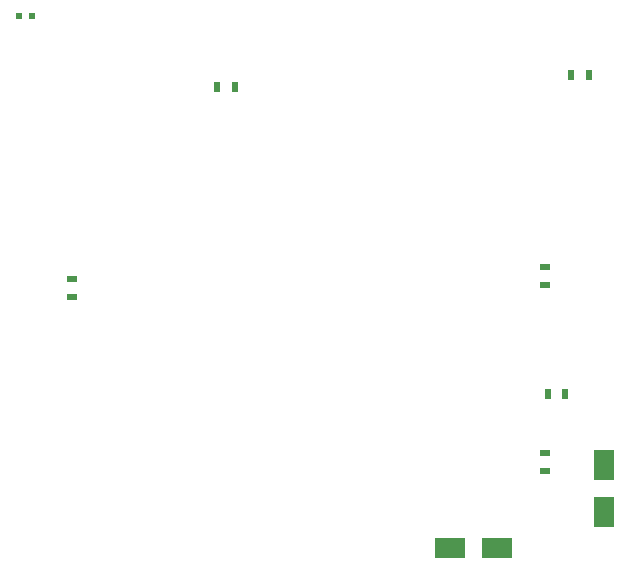
<source format=gbr>
G04 #@! TF.GenerationSoftware,KiCad,Pcbnew,(5.0.1)-3*
G04 #@! TF.CreationDate,2018-11-25T11:45:11-08:00*
G04 #@! TF.ProjectId,DashSight-Mezzanine-Card,4461736853696768742D4D657A7A616E,rev?*
G04 #@! TF.SameCoordinates,Original*
G04 #@! TF.FileFunction,Paste,Bot*
G04 #@! TF.FilePolarity,Positive*
%FSLAX46Y46*%
G04 Gerber Fmt 4.6, Leading zero omitted, Abs format (unit mm)*
G04 Created by KiCad (PCBNEW (5.0.1)-3) date 25/11/2018 11:45:11 AM*
%MOMM*%
%LPD*%
G01*
G04 APERTURE LIST*
%ADD10R,0.900000X0.500000*%
%ADD11R,0.600000X0.500000*%
%ADD12R,2.500000X1.800000*%
%ADD13R,1.800000X2.500000*%
%ADD14R,0.500000X0.900000*%
G04 APERTURE END LIST*
D10*
G04 #@! TO.C,R9*
X173000000Y-106000000D03*
X173000000Y-107500000D03*
G04 #@! TD*
D11*
G04 #@! TO.C,C1*
X129550000Y-69000000D03*
X128450000Y-69000000D03*
G04 #@! TD*
D12*
G04 #@! TO.C,D4*
X169000000Y-114000000D03*
X165000000Y-114000000D03*
G04 #@! TD*
D13*
G04 #@! TO.C,D1*
X178000000Y-111000000D03*
X178000000Y-107000000D03*
G04 #@! TD*
D14*
G04 #@! TO.C,R20*
X175250000Y-74000000D03*
X176750000Y-74000000D03*
G04 #@! TD*
G04 #@! TO.C,R22*
X146750000Y-75000000D03*
X145250000Y-75000000D03*
G04 #@! TD*
D10*
G04 #@! TO.C,R13*
X173000000Y-91750000D03*
X173000000Y-90250000D03*
G04 #@! TD*
D14*
G04 #@! TO.C,R17*
X173250000Y-101000000D03*
X174750000Y-101000000D03*
G04 #@! TD*
D10*
G04 #@! TO.C,R7*
X133000000Y-92750000D03*
X133000000Y-91250000D03*
G04 #@! TD*
M02*

</source>
